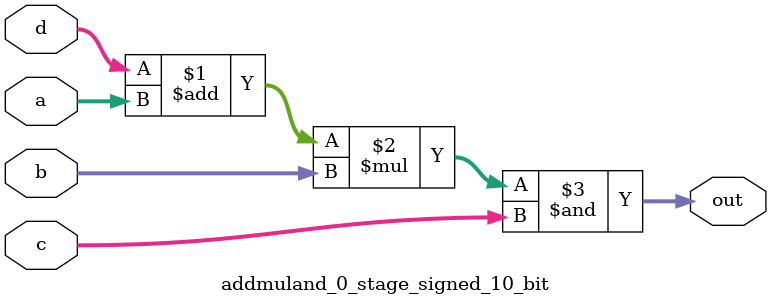
<source format=sv>
(* use_dsp = "yes" *) module addmuland_0_stage_signed_10_bit(
	input signed [9:0] a,
	input signed [9:0] b,
	input signed [9:0] c,
	input signed [9:0] d,
	output [9:0] out
	);

	assign out = ((d + a) * b) & c;
endmodule

</source>
